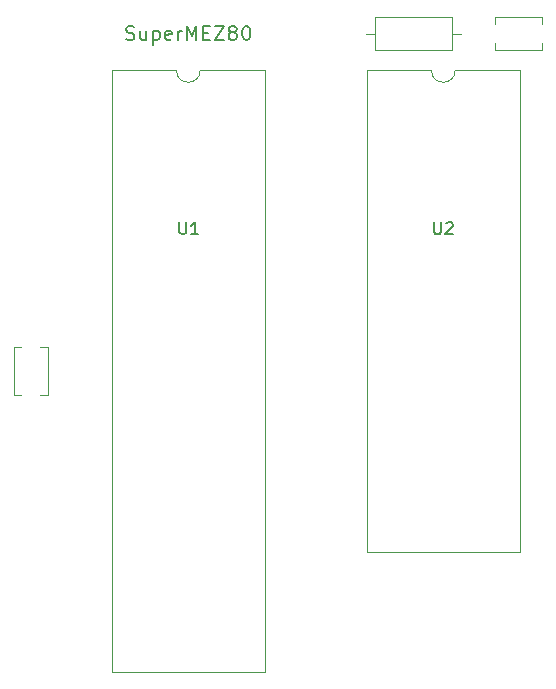
<source format=gto>
G04 #@! TF.GenerationSoftware,KiCad,Pcbnew,(6.0.9-0)*
G04 #@! TF.CreationDate,2022-11-14T21:54:49+09:00*
G04 #@! TF.ProjectId,MEZ80RAM,4d455a38-3052-4414-9d2e-6b696361645f,A*
G04 #@! TF.SameCoordinates,PX5f5e100PY8f0d180*
G04 #@! TF.FileFunction,Legend,Top*
G04 #@! TF.FilePolarity,Positive*
%FSLAX46Y46*%
G04 Gerber Fmt 4.6, Leading zero omitted, Abs format (unit mm)*
G04 Created by KiCad (PCBNEW (6.0.9-0)) date 2022-11-14 21:54:49*
%MOMM*%
%LPD*%
G01*
G04 APERTURE LIST*
%ADD10C,0.200000*%
%ADD11C,0.150000*%
%ADD12C,0.120000*%
G04 APERTURE END LIST*
D10*
X9982857Y54759286D02*
X10154285Y54702143D01*
X10440000Y54702143D01*
X10554285Y54759286D01*
X10611428Y54816429D01*
X10668571Y54930715D01*
X10668571Y55045000D01*
X10611428Y55159286D01*
X10554285Y55216429D01*
X10440000Y55273572D01*
X10211428Y55330715D01*
X10097142Y55387858D01*
X10040000Y55445000D01*
X9982857Y55559286D01*
X9982857Y55673572D01*
X10040000Y55787858D01*
X10097142Y55845000D01*
X10211428Y55902143D01*
X10497142Y55902143D01*
X10668571Y55845000D01*
X11697142Y55502143D02*
X11697142Y54702143D01*
X11182857Y55502143D02*
X11182857Y54873572D01*
X11240000Y54759286D01*
X11354285Y54702143D01*
X11525714Y54702143D01*
X11640000Y54759286D01*
X11697142Y54816429D01*
X12268571Y55502143D02*
X12268571Y54302143D01*
X12268571Y55445000D02*
X12382857Y55502143D01*
X12611428Y55502143D01*
X12725714Y55445000D01*
X12782857Y55387858D01*
X12840000Y55273572D01*
X12840000Y54930715D01*
X12782857Y54816429D01*
X12725714Y54759286D01*
X12611428Y54702143D01*
X12382857Y54702143D01*
X12268571Y54759286D01*
X13811428Y54759286D02*
X13697142Y54702143D01*
X13468571Y54702143D01*
X13354285Y54759286D01*
X13297142Y54873572D01*
X13297142Y55330715D01*
X13354285Y55445000D01*
X13468571Y55502143D01*
X13697142Y55502143D01*
X13811428Y55445000D01*
X13868571Y55330715D01*
X13868571Y55216429D01*
X13297142Y55102143D01*
X14382857Y54702143D02*
X14382857Y55502143D01*
X14382857Y55273572D02*
X14440000Y55387858D01*
X14497142Y55445000D01*
X14611428Y55502143D01*
X14725714Y55502143D01*
X15125714Y54702143D02*
X15125714Y55902143D01*
X15525714Y55045000D01*
X15925714Y55902143D01*
X15925714Y54702143D01*
X16497142Y55330715D02*
X16897142Y55330715D01*
X17068571Y54702143D02*
X16497142Y54702143D01*
X16497142Y55902143D01*
X17068571Y55902143D01*
X17468571Y55902143D02*
X18268571Y55902143D01*
X17468571Y54702143D01*
X18268571Y54702143D01*
X18897142Y55387858D02*
X18782857Y55445000D01*
X18725714Y55502143D01*
X18668571Y55616429D01*
X18668571Y55673572D01*
X18725714Y55787858D01*
X18782857Y55845000D01*
X18897142Y55902143D01*
X19125714Y55902143D01*
X19240000Y55845000D01*
X19297142Y55787858D01*
X19354285Y55673572D01*
X19354285Y55616429D01*
X19297142Y55502143D01*
X19240000Y55445000D01*
X19125714Y55387858D01*
X18897142Y55387858D01*
X18782857Y55330715D01*
X18725714Y55273572D01*
X18668571Y55159286D01*
X18668571Y54930715D01*
X18725714Y54816429D01*
X18782857Y54759286D01*
X18897142Y54702143D01*
X19125714Y54702143D01*
X19240000Y54759286D01*
X19297142Y54816429D01*
X19354285Y54930715D01*
X19354285Y55159286D01*
X19297142Y55273572D01*
X19240000Y55330715D01*
X19125714Y55387858D01*
X20097142Y55902143D02*
X20211428Y55902143D01*
X20325714Y55845000D01*
X20382857Y55787858D01*
X20440000Y55673572D01*
X20497142Y55445000D01*
X20497142Y55159286D01*
X20440000Y54930715D01*
X20382857Y54816429D01*
X20325714Y54759286D01*
X20211428Y54702143D01*
X20097142Y54702143D01*
X19982857Y54759286D01*
X19925714Y54816429D01*
X19868571Y54930715D01*
X19811428Y55159286D01*
X19811428Y55445000D01*
X19868571Y55673572D01*
X19925714Y55787858D01*
X19982857Y55845000D01*
X20097142Y55902143D01*
D11*
X36068095Y39277620D02*
X36068095Y38468096D01*
X36115714Y38372858D01*
X36163333Y38325239D01*
X36258571Y38277620D01*
X36449047Y38277620D01*
X36544285Y38325239D01*
X36591904Y38372858D01*
X36639523Y38468096D01*
X36639523Y39277620D01*
X37068095Y39182381D02*
X37115714Y39230000D01*
X37210952Y39277620D01*
X37449047Y39277620D01*
X37544285Y39230000D01*
X37591904Y39182381D01*
X37639523Y39087143D01*
X37639523Y38991905D01*
X37591904Y38849048D01*
X37020476Y38277620D01*
X37639523Y38277620D01*
X14488095Y39287620D02*
X14488095Y38478096D01*
X14535714Y38382858D01*
X14583333Y38335239D01*
X14678571Y38287620D01*
X14869047Y38287620D01*
X14964285Y38335239D01*
X15011904Y38382858D01*
X15059523Y38478096D01*
X15059523Y39287620D01*
X16059523Y38287620D02*
X15488095Y38287620D01*
X15773809Y38287620D02*
X15773809Y39287620D01*
X15678571Y39144762D01*
X15583333Y39049524D01*
X15488095Y39001905D01*
D12*
X35830000Y52130000D02*
X30370000Y52130000D01*
X30370000Y11370000D02*
X43290000Y11370000D01*
X43290000Y11370000D02*
X43290000Y52130000D01*
X43290000Y52130000D02*
X37830000Y52130000D01*
X30370000Y52130000D02*
X30370000Y11370000D01*
X35830000Y52130000D02*
G75*
G03*
X37830000Y52130000I1000000J0D01*
G01*
X8780000Y52130000D02*
X8780000Y1210000D01*
X14240000Y52130000D02*
X8780000Y52130000D01*
X8780000Y1210000D02*
X21700000Y1210000D01*
X21700000Y52130000D02*
X16240000Y52130000D01*
X21700000Y1210000D02*
X21700000Y52130000D01*
X14240000Y52130000D02*
G75*
G03*
X16240000Y52130000I1000000J0D01*
G01*
X41180000Y54450000D02*
X41180000Y53825000D01*
X45220000Y56665000D02*
X45220000Y56040000D01*
X45220000Y54450000D02*
X45220000Y53825000D01*
X41180000Y53825000D02*
X45220000Y53825000D01*
X41180000Y56665000D02*
X41180000Y56040000D01*
X41180000Y56665000D02*
X45220000Y56665000D01*
X3325000Y24650000D02*
X2700000Y24650000D01*
X3325000Y28690000D02*
X3325000Y24650000D01*
X1110000Y28690000D02*
X485000Y28690000D01*
X1110000Y24650000D02*
X485000Y24650000D01*
X3325000Y28690000D02*
X2700000Y28690000D01*
X485000Y28690000D02*
X485000Y24650000D01*
X30255000Y55245000D02*
X31025000Y55245000D01*
X31025000Y56615000D02*
X31025000Y53875000D01*
X38335000Y55245000D02*
X37565000Y55245000D01*
X31025000Y53875000D02*
X37565000Y53875000D01*
X37565000Y53875000D02*
X37565000Y56615000D01*
X37565000Y56615000D02*
X31025000Y56615000D01*
M02*

</source>
